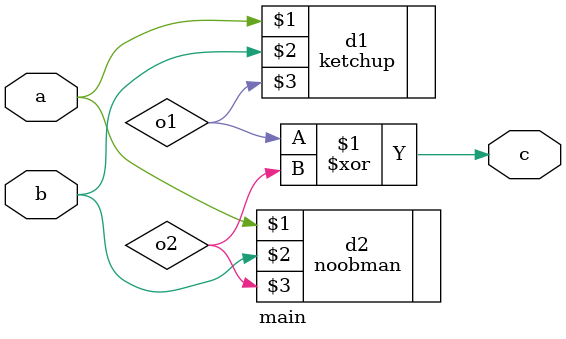
<source format=v>
`timescale 1ns / 1ps

module main(input a, b, output c);
    wire o1, o2;
    ketchup d1(a, b, o1);
    noobman d2(a, b, o2);
    assign c = o1 ^ o2;
endmodule
</source>
